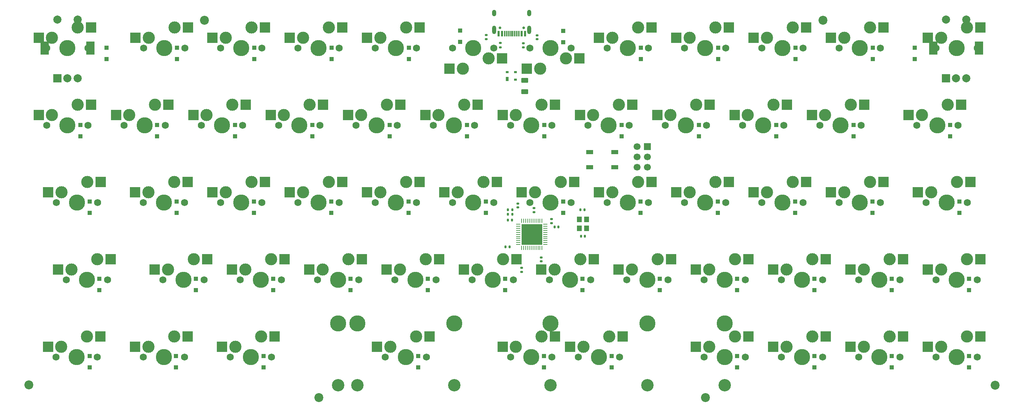
<source format=gbr>
%TF.GenerationSoftware,KiCad,Pcbnew,(6.0.7)*%
%TF.CreationDate,2022-10-25T22:15:08+02:00*%
%TF.ProjectId,the PETER keyboard,74686520-5045-4544-9552-206b6579626f,rev?*%
%TF.SameCoordinates,Original*%
%TF.FileFunction,Soldermask,Bot*%
%TF.FilePolarity,Negative*%
%FSLAX46Y46*%
G04 Gerber Fmt 4.6, Leading zero omitted, Abs format (unit mm)*
G04 Created by KiCad (PCBNEW (6.0.7)) date 2022-10-25 22:15:08*
%MOMM*%
%LPD*%
G01*
G04 APERTURE LIST*
G04 Aperture macros list*
%AMRoundRect*
0 Rectangle with rounded corners*
0 $1 Rounding radius*
0 $2 $3 $4 $5 $6 $7 $8 $9 X,Y pos of 4 corners*
0 Add a 4 corners polygon primitive as box body*
4,1,4,$2,$3,$4,$5,$6,$7,$8,$9,$2,$3,0*
0 Add four circle primitives for the rounded corners*
1,1,$1+$1,$2,$3*
1,1,$1+$1,$4,$5*
1,1,$1+$1,$6,$7*
1,1,$1+$1,$8,$9*
0 Add four rect primitives between the rounded corners*
20,1,$1+$1,$2,$3,$4,$5,0*
20,1,$1+$1,$4,$5,$6,$7,0*
20,1,$1+$1,$6,$7,$8,$9,0*
20,1,$1+$1,$8,$9,$2,$3,0*%
G04 Aperture macros list end*
%ADD10C,1.750000*%
%ADD11C,3.987800*%
%ADD12C,3.000000*%
%ADD13R,2.550000X2.500000*%
%ADD14C,3.048000*%
%ADD15C,2.200000*%
%ADD16R,2.000000X2.000000*%
%ADD17C,2.000000*%
%ADD18R,2.000000X3.200000*%
%ADD19R,1.100000X1.100000*%
%ADD20RoundRect,0.135000X0.185000X-0.135000X0.185000X0.135000X-0.185000X0.135000X-0.185000X-0.135000X0*%
%ADD21RoundRect,0.135000X-0.185000X0.135000X-0.185000X-0.135000X0.185000X-0.135000X0.185000X0.135000X0*%
%ADD22RoundRect,0.140000X-0.170000X0.140000X-0.170000X-0.140000X0.170000X-0.140000X0.170000X0.140000X0*%
%ADD23RoundRect,0.140000X-0.140000X-0.170000X0.140000X-0.170000X0.140000X0.170000X-0.140000X0.170000X0*%
%ADD24C,0.650000*%
%ADD25R,0.600000X1.450000*%
%ADD26R,0.300000X1.450000*%
%ADD27O,1.000000X1.600000*%
%ADD28O,1.000000X2.100000*%
%ADD29RoundRect,0.135000X-0.135000X-0.185000X0.135000X-0.185000X0.135000X0.185000X-0.135000X0.185000X0*%
%ADD30RoundRect,0.140000X0.140000X0.170000X-0.140000X0.170000X-0.140000X-0.170000X0.140000X-0.170000X0*%
%ADD31R,1.800000X1.100000*%
%ADD32RoundRect,0.250000X-0.625000X0.375000X-0.625000X-0.375000X0.625000X-0.375000X0.625000X0.375000X0*%
%ADD33RoundRect,0.140000X0.170000X-0.140000X0.170000X0.140000X-0.170000X0.140000X-0.170000X-0.140000X0*%
%ADD34R,0.700000X1.000000*%
%ADD35R,0.700000X0.600000*%
%ADD36R,1.200000X1.400000*%
%ADD37C,1.700000*%
%ADD38R,1.700000X1.700000*%
%ADD39RoundRect,0.062500X-0.062500X0.475000X-0.062500X-0.475000X0.062500X-0.475000X0.062500X0.475000X0*%
%ADD40RoundRect,0.062500X-0.475000X0.062500X-0.475000X-0.062500X0.475000X-0.062500X0.475000X0.062500X0*%
%ADD41R,5.200000X5.200000*%
G04 APERTURE END LIST*
D10*
%TO.C,MX2*%
X53657500Y-56642000D03*
D11*
X58737500Y-56642000D03*
D12*
X54927500Y-54102000D03*
D10*
X63817500Y-56642000D03*
D12*
X61277500Y-51562000D03*
D13*
X51652500Y-54102000D03*
X64579500Y-51562000D03*
%TD*%
D12*
%TO.C,MX56*%
X218440000Y-127762000D03*
D10*
X210820000Y-132842000D03*
D12*
X212090000Y-130302000D03*
D10*
X220980000Y-132842000D03*
D11*
X215900000Y-132842000D03*
D13*
X208815000Y-130302000D03*
X221742000Y-127762000D03*
%TD*%
D10*
%TO.C,MX51*%
X75006200Y-132842000D03*
D12*
X76276200Y-130302000D03*
D11*
X80086200Y-132842000D03*
D12*
X82626200Y-127762000D03*
D10*
X85166200Y-132842000D03*
D13*
X73001200Y-130302000D03*
X85928200Y-127762000D03*
%TD*%
D14*
%TO.C,MX52*%
X106324400Y-139827000D03*
D11*
X130200400Y-124587000D03*
X106324400Y-124587000D03*
D12*
X114452400Y-130302000D03*
X120802400Y-127762000D03*
D10*
X123342400Y-132842000D03*
X113182400Y-132842000D03*
D14*
X130200400Y-139827000D03*
D11*
X118262400Y-132842000D03*
D13*
X111177400Y-130302000D03*
X124104400Y-127762000D03*
%TD*%
D12*
%TO.C,MX13*%
X31115000Y-73152000D03*
D10*
X29845000Y-75692000D03*
D11*
X34925000Y-75692000D03*
D12*
X37465000Y-70612000D03*
D10*
X40005000Y-75692000D03*
D13*
X27840000Y-73152000D03*
X40767000Y-70612000D03*
%TD*%
D11*
%TO.C,MX37*%
X39674800Y-113792000D03*
D10*
X44754800Y-113792000D03*
X34594800Y-113792000D03*
D12*
X42214800Y-108712000D03*
X35864800Y-111252000D03*
D13*
X32589800Y-111252000D03*
X45516800Y-108712000D03*
%TD*%
D10*
%TO.C,MX19*%
X154305000Y-75692000D03*
X144145000Y-75692000D03*
D11*
X149225000Y-75692000D03*
D12*
X145415000Y-73152000D03*
X151765000Y-70612000D03*
D13*
X142140000Y-73152000D03*
X155067000Y-70612000D03*
%TD*%
D15*
%TO.C,H5*%
X96837500Y-142875000D03*
%TD*%
D10*
%TO.C,MX54*%
X170942000Y-132842000D03*
D14*
X177800000Y-139827000D03*
D11*
X165862000Y-132842000D03*
X153924000Y-124587000D03*
X177800000Y-124587000D03*
D14*
X153924000Y-139827000D03*
D12*
X162052000Y-130302000D03*
D10*
X160782000Y-132842000D03*
D12*
X168402000Y-127762000D03*
D13*
X158777000Y-130302000D03*
X171704000Y-127762000D03*
%TD*%
D12*
%TO.C,MX7*%
X151384000Y-61722000D03*
D10*
X159004000Y-56642000D03*
D12*
X157734000Y-59182000D03*
D10*
X148844000Y-56642000D03*
D11*
X153924000Y-56642000D03*
D13*
X161009000Y-59182000D03*
X148082000Y-61722000D03*
%TD*%
D12*
%TO.C,MX46*%
X212090000Y-111252000D03*
D10*
X220980000Y-113792000D03*
D12*
X218440000Y-108712000D03*
D10*
X210820000Y-113792000D03*
D11*
X215900000Y-113792000D03*
D13*
X208815000Y-111252000D03*
X221742000Y-108712000D03*
%TD*%
D16*
%TO.C,SW1*%
X32425000Y-64142000D03*
D17*
X37425000Y-64142000D03*
X34925000Y-64142000D03*
D18*
X29325000Y-56642000D03*
X40525000Y-56642000D03*
D17*
X37425000Y-49642000D03*
X32425000Y-49642000D03*
%TD*%
D12*
%TO.C,MX48*%
X256540000Y-108712000D03*
D10*
X248920000Y-113792000D03*
D12*
X250190000Y-111252000D03*
D10*
X259080000Y-113792000D03*
D11*
X254000000Y-113792000D03*
D13*
X246915000Y-111252000D03*
X259842000Y-108712000D03*
%TD*%
D12*
%TO.C,MX14*%
X56515000Y-70612000D03*
D10*
X59055000Y-75692000D03*
D12*
X50165000Y-73152000D03*
D11*
X53975000Y-75692000D03*
D10*
X48895000Y-75692000D03*
D13*
X46890000Y-73152000D03*
X59817000Y-70612000D03*
%TD*%
D12*
%TO.C,MX12*%
X250164600Y-54102000D03*
X256514600Y-51562000D03*
D11*
X253974600Y-56642000D03*
D10*
X248894600Y-56642000D03*
X259054600Y-56642000D03*
D13*
X246889600Y-54102000D03*
X259816600Y-51562000D03*
%TD*%
D12*
%TO.C,MX30*%
X131064000Y-92202000D03*
D10*
X139954000Y-94742000D03*
D11*
X134874000Y-94742000D03*
D10*
X129794000Y-94742000D03*
D12*
X137414000Y-89662000D03*
D13*
X127789000Y-92202000D03*
X140716000Y-89662000D03*
%TD*%
D12*
%TO.C,MX15*%
X69215000Y-73152000D03*
D10*
X78105000Y-75692000D03*
D11*
X73025000Y-75692000D03*
D12*
X75565000Y-70612000D03*
D10*
X67945000Y-75692000D03*
D13*
X65940000Y-73152000D03*
X78867000Y-70612000D03*
%TD*%
D10*
%TO.C,MX26*%
X63754000Y-94742000D03*
D11*
X58674000Y-94742000D03*
D12*
X61214000Y-89662000D03*
X54864000Y-92202000D03*
D10*
X53594000Y-94742000D03*
D13*
X51589000Y-92202000D03*
X64516000Y-89662000D03*
%TD*%
%TO.C,MX11*%
X235966000Y-51562000D03*
X223039000Y-54102000D03*
D12*
X232664000Y-51562000D03*
D10*
X225044000Y-56642000D03*
D11*
X230124000Y-56642000D03*
D12*
X226314000Y-54102000D03*
D10*
X235204000Y-56642000D03*
%TD*%
%TO.C,MX45*%
X191770000Y-113792000D03*
D12*
X199390000Y-108712000D03*
D11*
X196850000Y-113792000D03*
D10*
X201930000Y-113792000D03*
D12*
X193040000Y-111252000D03*
D13*
X189765000Y-111252000D03*
X202692000Y-108712000D03*
%TD*%
D12*
%TO.C,MX18*%
X126365000Y-73152000D03*
D10*
X125095000Y-75692000D03*
X135255000Y-75692000D03*
D12*
X132715000Y-70612000D03*
D11*
X130175000Y-75692000D03*
D13*
X123090000Y-73152000D03*
X136017000Y-70612000D03*
%TD*%
D10*
%TO.C,MX32*%
X167894000Y-94742000D03*
D11*
X172974000Y-94742000D03*
D12*
X169164000Y-92202000D03*
D10*
X178054000Y-94742000D03*
D12*
X175514000Y-89662000D03*
D13*
X165889000Y-92202000D03*
X178816000Y-89662000D03*
%TD*%
D10*
%TO.C,MX22*%
X201295000Y-75692000D03*
D11*
X206375000Y-75692000D03*
D12*
X208915000Y-70612000D03*
X202565000Y-73152000D03*
D10*
X211455000Y-75692000D03*
D13*
X199290000Y-73152000D03*
X212217000Y-70612000D03*
%TD*%
D10*
%TO.C,MX35*%
X225044000Y-94742000D03*
D11*
X230124000Y-94742000D03*
D12*
X232664000Y-89662000D03*
D10*
X235204000Y-94742000D03*
D12*
X226314000Y-92202000D03*
D13*
X223039000Y-92202000D03*
X235966000Y-89662000D03*
%TD*%
D10*
%TO.C,MX27*%
X82804000Y-94742000D03*
D12*
X80264000Y-89662000D03*
X73914000Y-92202000D03*
D10*
X72644000Y-94742000D03*
D11*
X77724000Y-94742000D03*
D13*
X70639000Y-92202000D03*
X83566000Y-89662000D03*
%TD*%
D12*
%TO.C,MX43*%
X161290000Y-108712000D03*
D10*
X163830000Y-113792000D03*
D11*
X158750000Y-113792000D03*
D12*
X154940000Y-111252000D03*
D10*
X153670000Y-113792000D03*
D13*
X151665000Y-111252000D03*
X164592000Y-108712000D03*
%TD*%
%TO.C,MX3*%
X83566000Y-51562000D03*
X70639000Y-54102000D03*
D10*
X82804000Y-56642000D03*
D11*
X77724000Y-56642000D03*
D12*
X80264000Y-51562000D03*
D10*
X72644000Y-56642000D03*
D12*
X73914000Y-54102000D03*
%TD*%
D11*
%TO.C,MX33*%
X192024000Y-94742000D03*
D10*
X186944000Y-94742000D03*
X197104000Y-94742000D03*
D12*
X188214000Y-92202000D03*
X194564000Y-89662000D03*
D13*
X184939000Y-92202000D03*
X197866000Y-89662000D03*
%TD*%
D15*
%TO.C,H4*%
X263525000Y-139768508D03*
%TD*%
%TO.C,H6*%
X192087500Y-142875000D03*
%TD*%
D11*
%TO.C,MX50*%
X58648600Y-132842000D03*
D12*
X54838600Y-130302000D03*
D10*
X63728600Y-132842000D03*
D12*
X61188600Y-127762000D03*
D10*
X53568600Y-132842000D03*
D13*
X51563600Y-130302000D03*
X64490600Y-127762000D03*
%TD*%
D12*
%TO.C,MX47*%
X231140000Y-111252000D03*
D10*
X229870000Y-113792000D03*
X240030000Y-113792000D03*
D11*
X234950000Y-113792000D03*
D12*
X237490000Y-108712000D03*
D13*
X227865000Y-111252000D03*
X240792000Y-108712000D03*
%TD*%
D12*
%TO.C,MX28*%
X99314000Y-89662000D03*
D10*
X91694000Y-94742000D03*
D11*
X96774000Y-94742000D03*
D10*
X101854000Y-94742000D03*
D12*
X92964000Y-92202000D03*
D13*
X89689000Y-92202000D03*
X102616000Y-89662000D03*
%TD*%
D15*
%TO.C,H3*%
X25400000Y-139700000D03*
%TD*%
D11*
%TO.C,MX6*%
X134874000Y-56642000D03*
D12*
X138684000Y-59182000D03*
D10*
X129794000Y-56642000D03*
D12*
X132334000Y-61722000D03*
D10*
X139954000Y-56642000D03*
D13*
X141959000Y-59182000D03*
X129032000Y-61722000D03*
%TD*%
D12*
%TO.C,MX49*%
X39751000Y-127762000D03*
D10*
X42291000Y-132842000D03*
D12*
X33401000Y-130302000D03*
D10*
X32131000Y-132842000D03*
D11*
X37211000Y-132842000D03*
D13*
X30126000Y-130302000D03*
X43053000Y-127762000D03*
%TD*%
%TO.C,MX10*%
X216916000Y-51562000D03*
X203989000Y-54102000D03*
D10*
X216154000Y-56642000D03*
D12*
X207264000Y-54102000D03*
D11*
X211074000Y-56642000D03*
D12*
X213614000Y-51562000D03*
D10*
X205994000Y-56642000D03*
%TD*%
%TO.C,MX8*%
X167894000Y-56642000D03*
X178054000Y-56642000D03*
D11*
X172974000Y-56642000D03*
D12*
X169164000Y-54102000D03*
X175514000Y-51562000D03*
D13*
X165889000Y-54102000D03*
X178816000Y-51562000D03*
%TD*%
D12*
%TO.C,MX9*%
X188214000Y-54102000D03*
D10*
X197104000Y-56642000D03*
X186944000Y-56642000D03*
D12*
X194564000Y-51562000D03*
D11*
X192024000Y-56642000D03*
D13*
X184939000Y-54102000D03*
X197866000Y-51562000D03*
%TD*%
D11*
%TO.C,MX42*%
X139700000Y-113792000D03*
D12*
X135890000Y-111252000D03*
D10*
X144780000Y-113792000D03*
D12*
X142240000Y-108712000D03*
D10*
X134620000Y-113792000D03*
D13*
X132615000Y-111252000D03*
X145542000Y-108712000D03*
%TD*%
D11*
%TO.C,MX24*%
X249224800Y-75692000D03*
D12*
X245414800Y-73152000D03*
D10*
X244144800Y-75692000D03*
X254304800Y-75692000D03*
D12*
X251764800Y-70612000D03*
D13*
X242139800Y-73152000D03*
X255066800Y-70612000D03*
%TD*%
D11*
%TO.C,MX20*%
X168275000Y-75692000D03*
D10*
X163195000Y-75692000D03*
D12*
X164465000Y-73152000D03*
D10*
X173355000Y-75692000D03*
D12*
X170815000Y-70612000D03*
D13*
X161190000Y-73152000D03*
X174117000Y-70612000D03*
%TD*%
D10*
%TO.C,MX1*%
X29845000Y-56642000D03*
D12*
X37465000Y-51562000D03*
X31115000Y-54102000D03*
D11*
X34925000Y-56642000D03*
D10*
X40005000Y-56642000D03*
D13*
X27840000Y-54102000D03*
X40767000Y-51562000D03*
%TD*%
D15*
%TO.C,H1*%
X68707000Y-49784000D03*
%TD*%
D12*
%TO.C,MX16*%
X88265000Y-73152000D03*
D11*
X92075000Y-75692000D03*
D10*
X86995000Y-75692000D03*
X97155000Y-75692000D03*
D12*
X94615000Y-70612000D03*
D13*
X84990000Y-73152000D03*
X97917000Y-70612000D03*
%TD*%
D10*
%TO.C,MX38*%
X58420000Y-113792000D03*
D12*
X66040000Y-108712000D03*
D11*
X63500000Y-113792000D03*
D12*
X59690000Y-111252000D03*
D10*
X68580000Y-113792000D03*
D13*
X56415000Y-111252000D03*
X69342000Y-108712000D03*
%TD*%
D12*
%TO.C,MX31*%
X150114000Y-92202000D03*
X156464000Y-89662000D03*
D10*
X148844000Y-94742000D03*
X159004000Y-94742000D03*
D11*
X153924000Y-94742000D03*
D13*
X146839000Y-92202000D03*
X159766000Y-89662000D03*
%TD*%
D14*
%TO.C,MX53*%
X101600000Y-139827000D03*
D12*
X145415000Y-130302000D03*
D14*
X196850000Y-139827000D03*
D11*
X149225000Y-132842000D03*
X101600000Y-124587000D03*
D10*
X154305000Y-132842000D03*
D11*
X196850000Y-124587000D03*
D10*
X144145000Y-132842000D03*
D12*
X151765000Y-127762000D03*
D13*
X142140000Y-130302000D03*
X155067000Y-127762000D03*
%TD*%
D11*
%TO.C,MX29*%
X115824000Y-94742000D03*
D10*
X110744000Y-94742000D03*
D12*
X118364000Y-89662000D03*
D10*
X120904000Y-94742000D03*
D12*
X112014000Y-92202000D03*
D13*
X108739000Y-92202000D03*
X121666000Y-89662000D03*
%TD*%
D12*
%TO.C,MX39*%
X85090000Y-108712000D03*
D10*
X87630000Y-113792000D03*
X77470000Y-113792000D03*
D12*
X78740000Y-111252000D03*
D11*
X82550000Y-113792000D03*
D13*
X75465000Y-111252000D03*
X88392000Y-108712000D03*
%TD*%
D12*
%TO.C,MX55*%
X199390000Y-127762000D03*
D10*
X191770000Y-132842000D03*
D12*
X193040000Y-130302000D03*
D11*
X196850000Y-132842000D03*
D10*
X201930000Y-132842000D03*
D13*
X189765000Y-130302000D03*
X202692000Y-127762000D03*
%TD*%
D11*
%TO.C,MX40*%
X101600000Y-113792000D03*
D10*
X106680000Y-113792000D03*
D12*
X104140000Y-108712000D03*
X97790000Y-111252000D03*
D10*
X96520000Y-113792000D03*
D13*
X94515000Y-111252000D03*
X107442000Y-108712000D03*
%TD*%
D12*
%TO.C,MX21*%
X183515000Y-73152000D03*
X189865000Y-70612000D03*
D10*
X182245000Y-75692000D03*
D11*
X187325000Y-75692000D03*
D10*
X192405000Y-75692000D03*
D13*
X180240000Y-73152000D03*
X193167000Y-70612000D03*
%TD*%
D12*
%TO.C,MX5*%
X112014000Y-54102000D03*
D10*
X120904000Y-56642000D03*
D12*
X118364000Y-51562000D03*
D10*
X110744000Y-56642000D03*
D11*
X115824000Y-56642000D03*
D13*
X108739000Y-54102000D03*
X121666000Y-51562000D03*
%TD*%
D11*
%TO.C,MX44*%
X177800000Y-113792000D03*
D12*
X180340000Y-108712000D03*
D10*
X182880000Y-113792000D03*
X172720000Y-113792000D03*
D12*
X173990000Y-111252000D03*
D13*
X170715000Y-111252000D03*
X183642000Y-108712000D03*
%TD*%
D12*
%TO.C,MX36*%
X247751600Y-92202000D03*
D11*
X251561600Y-94742000D03*
D10*
X246481600Y-94742000D03*
X256641600Y-94742000D03*
D12*
X254101600Y-89662000D03*
D13*
X244476600Y-92202000D03*
X257403600Y-89662000D03*
%TD*%
D16*
%TO.C,SW12*%
X251373000Y-64142000D03*
D17*
X256373000Y-64142000D03*
X253873000Y-64142000D03*
D18*
X248273000Y-56642000D03*
X259473000Y-56642000D03*
D17*
X256373000Y-49642000D03*
X251373000Y-49642000D03*
%TD*%
D10*
%TO.C,MX4*%
X101854000Y-56642000D03*
D12*
X99314000Y-51562000D03*
D11*
X96774000Y-56642000D03*
D10*
X91694000Y-56642000D03*
D12*
X92964000Y-54102000D03*
D13*
X89689000Y-54102000D03*
X102616000Y-51562000D03*
%TD*%
D10*
%TO.C,MX25*%
X42316400Y-94742000D03*
D11*
X37236400Y-94742000D03*
D12*
X33426400Y-92202000D03*
D10*
X32156400Y-94742000D03*
D12*
X39776400Y-89662000D03*
D13*
X30151400Y-92202000D03*
X43078400Y-89662000D03*
%TD*%
D15*
%TO.C,H2*%
X221107000Y-49784000D03*
%TD*%
D10*
%TO.C,MX17*%
X116205000Y-75692000D03*
X106045000Y-75692000D03*
D11*
X111125000Y-75692000D03*
D12*
X107315000Y-73152000D03*
X113665000Y-70612000D03*
D13*
X104040000Y-73152000D03*
X116967000Y-70612000D03*
%TD*%
D12*
%TO.C,MX41*%
X123190000Y-108712000D03*
D11*
X120650000Y-113792000D03*
D10*
X125730000Y-113792000D03*
X115570000Y-113792000D03*
D12*
X116840000Y-111252000D03*
D13*
X113565000Y-111252000D03*
X126492000Y-108712000D03*
%TD*%
D11*
%TO.C,MX34*%
X211074000Y-94742000D03*
D12*
X207264000Y-92202000D03*
X213614000Y-89662000D03*
D10*
X216154000Y-94742000D03*
X205994000Y-94742000D03*
D13*
X203989000Y-92202000D03*
X216916000Y-89662000D03*
%TD*%
D10*
%TO.C,MX58*%
X259080000Y-132842000D03*
D12*
X250190000Y-130302000D03*
D10*
X248920000Y-132842000D03*
D12*
X256540000Y-127762000D03*
D11*
X254000000Y-132842000D03*
D13*
X246915000Y-130302000D03*
X259842000Y-127762000D03*
%TD*%
D12*
%TO.C,MX57*%
X231140000Y-130302000D03*
D10*
X240030000Y-132842000D03*
X229870000Y-132842000D03*
D12*
X237490000Y-127762000D03*
D11*
X234950000Y-132842000D03*
D13*
X227865000Y-130302000D03*
X240792000Y-127762000D03*
%TD*%
D10*
%TO.C,MX23*%
X230505000Y-75692000D03*
D11*
X225425000Y-75692000D03*
D12*
X221615000Y-73152000D03*
X227965000Y-70612000D03*
D10*
X220345000Y-75692000D03*
D13*
X218340000Y-73152000D03*
X231267000Y-70612000D03*
%TD*%
D19*
%TO.C,D40*%
X104663000Y-116350000D03*
X104663000Y-113550000D03*
%TD*%
%TO.C,D28*%
X99900500Y-97300000D03*
X99900500Y-94500000D03*
%TD*%
D20*
%TO.C,R_reset1*%
X154178000Y-99824000D03*
X154178000Y-98804000D03*
%TD*%
D19*
%TO.C,D21*%
X190500000Y-78400000D03*
X190500000Y-75600000D03*
%TD*%
D21*
%TO.C,R_USB2*%
X147200000Y-55446200D03*
X147200000Y-56466200D03*
%TD*%
D19*
%TO.C,D26*%
X61800500Y-97300000D03*
X61800500Y-94500000D03*
%TD*%
%TO.C,D9*%
X195262500Y-59350000D03*
X195262500Y-56550000D03*
%TD*%
%TO.C,D50*%
X61600000Y-135400000D03*
X61600000Y-132600000D03*
%TD*%
%TO.C,D44*%
X180863000Y-116350000D03*
X180863000Y-113550000D03*
%TD*%
%TO.C,D45*%
X199913000Y-116350000D03*
X199913000Y-113550000D03*
%TD*%
%TO.C,D17*%
X114300000Y-78400000D03*
X114300000Y-75600000D03*
%TD*%
%TO.C,D52*%
X121331800Y-135400000D03*
X121331800Y-132600000D03*
%TD*%
%TO.C,D58*%
X257063000Y-135400000D03*
X257063000Y-132600000D03*
%TD*%
D21*
%TO.C,R_HWB/PE2*%
X146812000Y-110869000D03*
X146812000Y-111889000D03*
%TD*%
D19*
%TO.C,D38*%
X66563000Y-116350000D03*
X66563000Y-113550000D03*
%TD*%
D22*
%TO.C,C_Decoupler1*%
X151638000Y-108295795D03*
X151638000Y-109255795D03*
%TD*%
D23*
%TO.C,C_crystal2*%
X161318000Y-96558100D03*
X162278000Y-96558100D03*
%TD*%
D19*
%TO.C,D35*%
X233250500Y-97300000D03*
X233250500Y-94500000D03*
%TD*%
D24*
%TO.C,J1*%
X141510000Y-51622000D03*
X147290000Y-51622000D03*
D25*
X141150000Y-53067000D03*
X141950000Y-53067000D03*
D26*
X143150000Y-53067000D03*
X144150000Y-53067000D03*
X144650000Y-53067000D03*
X145650000Y-53067000D03*
D25*
X146850000Y-53067000D03*
X147650000Y-53067000D03*
X147650000Y-53067000D03*
X146850000Y-53067000D03*
D26*
X146150000Y-53067000D03*
X145150000Y-53067000D03*
X143650000Y-53067000D03*
X142650000Y-53067000D03*
D25*
X141950000Y-53067000D03*
X141150000Y-53067000D03*
D27*
X148720000Y-47972000D03*
X140080000Y-47972000D03*
D28*
X140080000Y-52152000D03*
X148720000Y-52152000D03*
%TD*%
D19*
%TO.C,D23*%
X228600000Y-78431800D03*
X228600000Y-75631800D03*
%TD*%
%TO.C,D42*%
X142763000Y-116350000D03*
X142763000Y-113550000D03*
%TD*%
%TO.C,D47*%
X238013000Y-116350000D03*
X238013000Y-113550000D03*
%TD*%
%TO.C,D4*%
X100012500Y-59350000D03*
X100012500Y-56550000D03*
%TD*%
%TO.C,D3*%
X80962500Y-56550000D03*
X80962500Y-59350000D03*
%TD*%
D29*
%TO.C,R_USB3*%
X143469900Y-97586800D03*
X144489900Y-97586800D03*
%TD*%
D21*
%TO.C,R_USB1*%
X141600000Y-55420800D03*
X141600000Y-56440800D03*
%TD*%
D19*
%TO.C,D27*%
X80850500Y-97300000D03*
X80850500Y-94500000D03*
%TD*%
%TO.C,D12*%
X243681300Y-59350000D03*
X243681300Y-56550000D03*
%TD*%
D30*
%TO.C,C_Decoupler2*%
X143824900Y-105664000D03*
X142864900Y-105664000D03*
%TD*%
D19*
%TO.C,D1*%
X44577000Y-59350000D03*
X44577000Y-56550000D03*
%TD*%
%TO.C,D37*%
X42750500Y-116350000D03*
X42750500Y-113550000D03*
%TD*%
D31*
%TO.C,SW2*%
X169787500Y-82287500D03*
X163587500Y-85987500D03*
X169787500Y-85987500D03*
X163587500Y-82287500D03*
%TD*%
D19*
%TO.C,D39*%
X85613000Y-116350000D03*
X85613000Y-113550000D03*
%TD*%
D29*
%TO.C,R_USB4*%
X143469900Y-96520000D03*
X144489900Y-96520000D03*
%TD*%
D19*
%TO.C,D11*%
X233362500Y-56550000D03*
X233362500Y-59350000D03*
%TD*%
%TO.C,D51*%
X83200000Y-135400000D03*
X83200000Y-132600000D03*
%TD*%
D32*
%TO.C,F_USBC1*%
X147600000Y-64600000D03*
X147600000Y-67400000D03*
%TD*%
D21*
%TO.C,R_USBSHIELD1*%
X138112500Y-53465000D03*
X138112500Y-54485000D03*
%TD*%
D19*
%TO.C,D33*%
X195150500Y-97300000D03*
X195150500Y-94500000D03*
%TD*%
%TO.C,D7*%
X157099000Y-52448000D03*
X157099000Y-55248000D03*
%TD*%
%TO.C,D41*%
X123713000Y-116350000D03*
X123713000Y-113550000D03*
%TD*%
%TO.C,D43*%
X161813000Y-116350000D03*
X161813000Y-113550000D03*
%TD*%
D33*
%TO.C,C_UCAP1*%
X145846800Y-95933200D03*
X145846800Y-94973200D03*
%TD*%
D19*
%TO.C,D57*%
X238013000Y-135400000D03*
X238013000Y-132600000D03*
%TD*%
D30*
%TO.C,C_Decoupler5*%
X144409100Y-99034600D03*
X143449100Y-99034600D03*
%TD*%
D19*
%TO.C,D13*%
X38100000Y-78400000D03*
X38100000Y-75600000D03*
%TD*%
D30*
%TO.C,C_crystal1*%
X162405000Y-103060500D03*
X161445000Y-103060500D03*
%TD*%
D19*
%TO.C,D10*%
X214312500Y-56550000D03*
X214312500Y-59350000D03*
%TD*%
%TO.C,D16*%
X95250000Y-78400000D03*
X95250000Y-75600000D03*
%TD*%
%TO.C,D25*%
X40369300Y-97300000D03*
X40369300Y-94500000D03*
%TD*%
%TO.C,D32*%
X176100500Y-97300000D03*
X176100500Y-94500000D03*
%TD*%
%TO.C,D8*%
X176212500Y-59350000D03*
X176212500Y-56550000D03*
%TD*%
%TO.C,D48*%
X257063000Y-116350000D03*
X257063000Y-113550000D03*
%TD*%
D34*
%TO.C,D59*%
X143272000Y-64250000D03*
D35*
X143272000Y-62550000D03*
X145272000Y-62550000D03*
X145272000Y-64450000D03*
%TD*%
D22*
%TO.C,C_USBSHIELD1*%
X150600000Y-53520000D03*
X150600000Y-54480000D03*
%TD*%
D19*
%TO.C,D56*%
X218963000Y-135400000D03*
X218963000Y-132600000D03*
%TD*%
%TO.C,D30*%
X138000500Y-97300000D03*
X138000500Y-94500000D03*
%TD*%
%TO.C,D22*%
X209550000Y-78400000D03*
X209550000Y-75600000D03*
%TD*%
%TO.C,D53*%
X152288000Y-135400000D03*
X152288000Y-132600000D03*
%TD*%
%TO.C,D34*%
X214200500Y-97300000D03*
X214200500Y-94500000D03*
%TD*%
D36*
%TO.C,Y1*%
X161075000Y-101112500D03*
X161075000Y-98912500D03*
X162775000Y-98912500D03*
X162775000Y-101112500D03*
%TD*%
D19*
%TO.C,D6*%
X131699000Y-52321000D03*
X131699000Y-55121000D03*
%TD*%
%TO.C,D18*%
X133350000Y-78400000D03*
X133350000Y-75600000D03*
%TD*%
D33*
%TO.C,C_Decoupler4*%
X149860000Y-97101600D03*
X149860000Y-96141600D03*
%TD*%
D19*
%TO.C,D19*%
X152400000Y-78400000D03*
X152400000Y-75600000D03*
%TD*%
D23*
%TO.C,C_Decoupler3*%
X154920000Y-100800000D03*
X155880000Y-100800000D03*
%TD*%
D19*
%TO.C,D46*%
X218963000Y-116350000D03*
X218963000Y-113550000D03*
%TD*%
%TO.C,D31*%
X157050500Y-97300000D03*
X157050500Y-94500000D03*
%TD*%
%TO.C,D29*%
X118950500Y-97300000D03*
X118950500Y-94500000D03*
%TD*%
%TO.C,D54*%
X168956800Y-135400000D03*
X168956800Y-132600000D03*
%TD*%
%TO.C,D2*%
X61912500Y-56550000D03*
X61912500Y-59350000D03*
%TD*%
%TO.C,D5*%
X119062500Y-59350000D03*
X119062500Y-56550000D03*
%TD*%
%TO.C,D24*%
X252412500Y-78400000D03*
X252412500Y-75600000D03*
%TD*%
%TO.C,D20*%
X171450000Y-78400000D03*
X171450000Y-75600000D03*
%TD*%
D37*
%TO.C,J2*%
X175260000Y-86042500D03*
X177800000Y-86042500D03*
X175260000Y-83502500D03*
X177800000Y-83502500D03*
X175260000Y-80962500D03*
D38*
X177800000Y-80962500D03*
%TD*%
D19*
%TO.C,D36*%
X254681800Y-97300000D03*
X254681800Y-94500000D03*
%TD*%
%TO.C,D14*%
X57000000Y-78400000D03*
X57000000Y-75600000D03*
%TD*%
%TO.C,D49*%
X40400000Y-135400000D03*
X40400000Y-132600000D03*
%TD*%
%TO.C,D55*%
X199913000Y-135400000D03*
X199913000Y-132600000D03*
%TD*%
D39*
%TO.C,U1*%
X146839300Y-99253100D03*
X147339300Y-99253100D03*
X147839300Y-99253100D03*
X148339300Y-99253100D03*
X148839300Y-99253100D03*
X149339300Y-99253100D03*
X149839300Y-99253100D03*
X150339300Y-99253100D03*
X150839300Y-99253100D03*
X151339300Y-99253100D03*
X151839300Y-99253100D03*
D40*
X152676800Y-100090600D03*
X152676800Y-100590600D03*
X152676800Y-101090600D03*
X152676800Y-101590600D03*
X152676800Y-102090600D03*
X152676800Y-102590600D03*
X152676800Y-103090600D03*
X152676800Y-103590600D03*
X152676800Y-104090600D03*
X152676800Y-104590600D03*
X152676800Y-105090600D03*
D39*
X151839300Y-105928100D03*
X151339300Y-105928100D03*
X150839300Y-105928100D03*
X150339300Y-105928100D03*
X149839300Y-105928100D03*
X149339300Y-105928100D03*
X148839300Y-105928100D03*
X148339300Y-105928100D03*
X147839300Y-105928100D03*
X147339300Y-105928100D03*
X146839300Y-105928100D03*
D40*
X146001800Y-105090600D03*
X146001800Y-104590600D03*
X146001800Y-104090600D03*
X146001800Y-103590600D03*
X146001800Y-103090600D03*
X146001800Y-102590600D03*
X146001800Y-102090600D03*
X146001800Y-101590600D03*
X146001800Y-101090600D03*
X146001800Y-100590600D03*
X146001800Y-100090600D03*
D41*
X149339300Y-102590600D03*
%TD*%
D19*
%TO.C,D15*%
X76200000Y-78400000D03*
X76200000Y-75600000D03*
%TD*%
M02*

</source>
